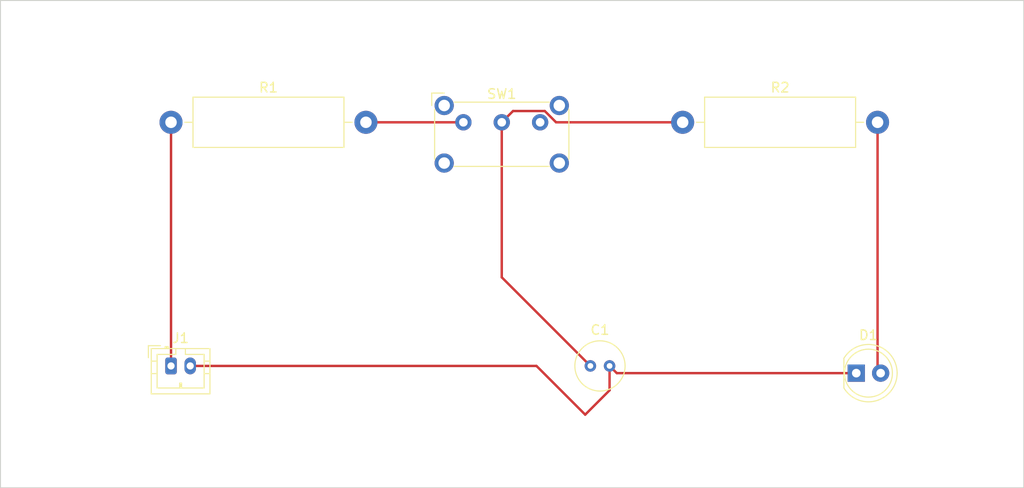
<source format=kicad_pcb>
(kicad_pcb (version 20211014) (generator pcbnew)
  (layers (0 "F.Cu" signal) (31 "B.Cu" signal) (34 "B.Paste" user) (35 "F.Paste" user) (36 "B.SilkS" user "B.Silkscreen") (37 "F.SilkS" user "F.Silkscreen") (38 "B.Mask" user) (39 "F.Mask" user) (44 "Edge.Cuts" user))
  (net 0 "")
  (net 1 "Net-(C1-Pad1)")
  (net 2 "Net-(C1-Pad2)")
  (net 3 "Net-(D1-Pad2)")
  (net 4 "Net-(J1-Pad1)")
  (net 5 "Net-(R1-Pad2)")
  (footprint "Button_Switch_THT:SW_E-Switch_EG1224_SPDT_Angled" (layer "F.Cu") (at 137.16 86.36)
    (fp_text reference "SW1" (at 4 -2.95) (layer "F.SilkS"))
    (fp_text value "SW_SPST")
    (fp_line (start 11 -1.35) (end 11 3.85) (layer "F.SilkS") (width 0.12))
    (fp_line (start -3 3.85) (end -3 -1.35) (layer "F.SilkS") (width 0.12))
    (fp_line (start 8.95 4.6) (end -0.95 4.6) (layer "F.SilkS") (width 0.12))
    (fp_line (start -0.95 -2.1) (end 8.95 -2.1) (layer "F.SilkS") (width 0.12))
    (fp_line (start -3.3 -1.75) (end -3.3 -3.05) (layer "F.SilkS") (width 0.12))
    (fp_line (start -3.3 -3.05) (end -2 -3.05) (layer "F.SilkS") (width 0.12))
    (pad "" thru_hole circle (at 10 -1.75) (size 2 2) (drill 1.2) (layers *.Cu *.Mask))
    (pad "" thru_hole circle (at 10 4.25) (size 2 2) (drill 1.2) (layers *.Cu *.Mask))
    (pad "" thru_hole circle (at -2 -1.75) (size 2 2) (drill 1.2) (layers *.Cu *.Mask))
    (pad "" thru_hole circle (at -2 4.25) (size 2 2) (drill 1.2) (layers *.Cu *.Mask))
    (pad "1" thru_hole circle (at 0 0) (size 1.7 1.7) (drill 0.9) (layers *.Cu *.Mask) (net 5 "Net-(R1-Pad2)"))
    (pad "2" thru_hole circle (at 4 0) (size 1.7 1.7) (drill 0.9) (layers *.Cu *.Mask) (net 1 "Net-(C1-Pad1)"))
    (pad "3" thru_hole circle (at 8 0) (size 1.7 1.7) (drill 0.9) (layers *.Cu *.Mask))
  )
  (footprint "Resistor_THT:R_Axial_DIN0516_L15.5mm_D5.0mm_P20.32mm_Horizontal" (layer "F.Cu") (at 160.02 86.36)
    (fp_text reference "R2" (at 10.16 -3.62) (layer "F.SilkS"))
    (fp_text value "R")
    (fp_line (start 1.44 0) (end 2.29 0) (layer "F.SilkS") (width 0.12))
    (fp_line (start 18.88 0) (end 18.03 0) (layer "F.SilkS") (width 0.12))
    (fp_line (start 2.29 2.62) (end 18.03 2.62) (layer "F.SilkS") (width 0.12))
    (fp_line (start 2.29 -2.62) (end 2.29 2.62) (layer "F.SilkS") (width 0.12))
    (fp_line (start 18.03 -2.62) (end 2.29 -2.62) (layer "F.SilkS") (width 0.12))
    (fp_line (start 18.03 2.62) (end 18.03 -2.62) (layer "F.SilkS") (width 0.12))
    (pad "1" thru_hole circle (at 0 0) (size 2.4 2.4) (drill 1.2) (layers *.Cu *.Mask) (net 1 "Net-(C1-Pad1)"))
    (pad "2" thru_hole oval (at 20.32 0) (size 2.4 2.4) (drill 1.2) (layers *.Cu *.Mask) (net 3 "Net-(D1-Pad2)"))
  )
  (footprint "Capacitor_THT:C_Radial_D5.0mm_H5.0mm_P2.00mm" (layer "F.Cu") (at 150.4 111.76)
    (fp_text reference "C1" (at 1 -3.75) (layer "F.SilkS"))
    (fp_text value "C_Polarized")
    (fp_circle (center 1 0) (end 3.62 0) (layer "F.SilkS") (width 0.12) (fill none))
    (pad "1" thru_hole circle (at 0 0) (size 1.2 1.2) (drill 0.6) (layers *.Cu *.Mask) (net 1 "Net-(C1-Pad1)"))
    (pad "2" thru_hole circle (at 2 0) (size 1.2 1.2) (drill 0.6) (layers *.Cu *.Mask) (net 2 "Net-(C1-Pad2)"))
  )
  (footprint "Resistor_THT:R_Axial_DIN0516_L15.5mm_D5.0mm_P20.32mm_Horizontal" (layer "F.Cu") (at 106.68 86.36)
    (fp_text reference "R1" (at 10.16 -3.62) (layer "F.SilkS"))
    (fp_text value "R")
    (fp_line (start 2.29 -2.62) (end 2.29 2.62) (layer "F.SilkS") (width 0.12))
    (fp_line (start 18.03 2.62) (end 18.03 -2.62) (layer "F.SilkS") (width 0.12))
    (fp_line (start 18.88 0) (end 18.03 0) (layer "F.SilkS") (width 0.12))
    (fp_line (start 1.44 0) (end 2.29 0) (layer "F.SilkS") (width 0.12))
    (fp_line (start 2.29 2.62) (end 18.03 2.62) (layer "F.SilkS") (width 0.12))
    (fp_line (start 18.03 -2.62) (end 2.29 -2.62) (layer "F.SilkS") (width 0.12))
    (pad "1" thru_hole circle (at 0 0) (size 2.4 2.4) (drill 1.2) (layers *.Cu *.Mask) (net 4 "Net-(J1-Pad1)"))
    (pad "2" thru_hole oval (at 20.32 0) (size 2.4 2.4) (drill 1.2) (layers *.Cu *.Mask) (net 5 "Net-(R1-Pad2)"))
  )
  (footprint "Connector_JST:JST_PH_B2B-PH-K_1x02_P2.00mm_Vertical" (layer "F.Cu") (at 106.68 111.76)
    (fp_text reference "J1" (at 1 -2.9) (layer "F.SilkS"))
    (fp_text value "Conn_01x02_Male")
    (fp_line (start 4.06 -1.81) (end -2.06 -1.81) (layer "F.SilkS") (width 0.12))
    (fp_line (start -2.06 -1.81) (end -2.06 2.91) (layer "F.SilkS") (width 0.12))
    (fp_line (start 1.5 -1.2) (end 1.5 -1.81) (layer "F.SilkS") (width 0.12))
    (fp_line (start 1.1 1.8) (end 1.1 2.3) (layer "F.SilkS") (width 0.12))
    (fp_line (start -2.36 -2.11) (end -2.36 -0.86) (layer "F.SilkS") (width 0.12))
    (fp_line (start 4.06 0.8) (end 3.45 0.8) (layer "F.SilkS") (width 0.12))
    (fp_line (start 4.06 2.91) (end 4.06 -1.81) (layer "F.SilkS") (width 0.12))
    (fp_line (start -0.6 -2.01) (end -0.6 -1.81) (layer "F.SilkS") (width 0.12))
    (fp_line (start -2.06 2.91) (end 4.06 2.91) (layer "F.SilkS") (width 0.12))
    (fp_line (start 1 2.3) (end 1 1.8) (layer "F.SilkS") (width 0.12))
    (fp_line (start 3.45 -1.2) (end 1.5 -1.2) (layer "F.SilkS") (width 0.12))
    (fp_line (start 0.9 2.3) (end 0.9 1.8) (layer "F.SilkS") (width 0.12))
    (fp_line (start -0.3 -1.81) (end -0.3 -2.01) (layer "F.SilkS") (width 0.12))
    (fp_line (start -1.45 2.3) (end 3.45 2.3) (layer "F.SilkS") (width 0.12))
    (fp_line (start -0.3 -2.01) (end -0.6 -2.01) (layer "F.SilkS") (width 0.12))
    (fp_line (start -0.3 -1.91) (end -0.6 -1.91) (layer "F.SilkS") (width 0.12))
    (fp_line (start 0.5 -1.2) (end -1.45 -1.2) (layer "F.SilkS") (width 0.12))
    (fp_line (start -1.11 -2.11) (end -2.36 -2.11) (layer "F.SilkS") (width 0.12))
    (fp_line (start 0.9 1.8) (end 1.1 1.8) (layer "F.SilkS") (width 0.12))
    (fp_line (start 3.45 2.3) (end 3.45 -1.2) (layer "F.SilkS") (width 0.12))
    (fp_line (start 4.06 -0.5) (end 3.45 -0.5) (layer "F.SilkS") (width 0.12))
    (fp_line (start -1.45 -1.2) (end -1.45 2.3) (layer "F.SilkS") (width 0.12))
    (fp_line (start -2.06 0.8) (end -1.45 0.8) (layer "F.SilkS") (width 0.12))
    (fp_line (start -2.06 -0.5) (end -1.45 -0.5) (layer "F.SilkS") (width 0.12))
    (fp_line (start 0.5 -1.81) (end 0.5 -1.2) (layer "F.SilkS") (width 0.12))
    (pad "1" thru_hole roundrect (at 0 0) (size 1.2 1.75) (drill 0.75) (layers *.Cu *.Mask) (roundrect_rratio 0.208333) (net 4 "Net-(J1-Pad1)"))
    (pad "2" thru_hole oval (at 2 0) (size 1.2 1.75) (drill 0.75) (layers *.Cu *.Mask) (net 2 "Net-(C1-Pad2)"))
  )
  (footprint "LED_THT:LED_D5.0mm" (layer "F.Cu") (at 178.12 112.510918)
    (fp_text reference "D1" (at 1.27 -3.96) (layer "F.SilkS"))
    (fp_text value "LED")
    (fp_line (start -1.29 -1.545) (end -1.29 1.545) (layer "F.SilkS") (width 0.12))
    (fp_arc (start 4.26 -0.000462) (mid 2.072002 2.880433) (end -1.29 1.54483) (layer "F.SilkS") (width 0.12))
    (fp_arc (start -1.29 -1.54483) (mid 2.072002 -2.880433) (end 4.26 0.000462) (layer "F.SilkS") (width 0.12))
    (fp_circle (center 1.27 0) (end 3.77 0) (layer "F.SilkS") (width 0.12) (fill none))
    (pad "1" thru_hole rect (at 0 0) (size 1.8 1.8) (drill 0.9) (layers *.Cu *.Mask) (net 2 "Net-(C1-Pad2)"))
    (pad "2" thru_hole circle (at 2.54 0) (size 1.8 1.8) (drill 0.9) (layers *.Cu *.Mask) (net 3 "Net-(D1-Pad2)"))
  )
  (gr_rect (start 88.9 73.66) (end 195.58 124.46) (layer "Edge.Cuts") (width 0.1) (fill none))
  (segment (start 145.646701 85.185) (end 142.335 85.185) (width 0.25) (layer "F.Cu") (net 1))
  (segment (start 146.821701 86.36) (end 145.646701 85.185) (width 0.25) (layer "F.Cu") (net 1))
  (segment (start 141.16 86.36) (end 141.16 102.52) (width 0.25) (layer "F.Cu") (net 1))
  (segment (start 142.335 85.185) (end 141.16 86.36) (width 0.25) (layer "F.Cu") (net 1))
  (segment (start 160.02 86.36) (end 146.821701 86.36) (width 0.25) (layer "F.Cu") (net 1))
  (segment (start 141.16 102.52) (end 150.4 111.76) (width 0.25) (layer "F.Cu") (net 1))
  (segment (start 108.68 111.76) (end 144.78 111.76) (width 0.25) (layer "F.Cu") (net 2))
  (segment (start 149.86 116.84) (end 152.4 114.3) (width 0.25) (layer "F.Cu") (net 2))
  (segment (start 152.4 114.3) (end 152.4 111.76) (width 0.25) (layer "F.Cu") (net 2))
  (segment (start 144.78 111.76) (end 149.86 116.84) (width 0.25) (layer "F.Cu") (net 2))
  (segment (start 178.12 112.510918) (end 153.150918 112.510918) (width 0.25) (layer "F.Cu") (net 2))
  (segment (start 153.150918 112.510918) (end 152.4 111.76) (width 0.25) (layer "F.Cu") (net 2))
  (segment (start 180.34 112.190918) (end 180.66 112.510918) (width 0.25) (layer "F.Cu") (net 3))
  (segment (start 180.34 86.36) (end 180.34 112.190918) (width 0.25) (layer "F.Cu") (net 3))
  (segment (start 106.68 86.36) (end 106.68 111.76) (width 0.25) (layer "F.Cu") (net 4))
  (segment (start 137.16 86.36) (end 127 86.36) (width 0.25) (layer "F.Cu") (net 5))
)
</source>
